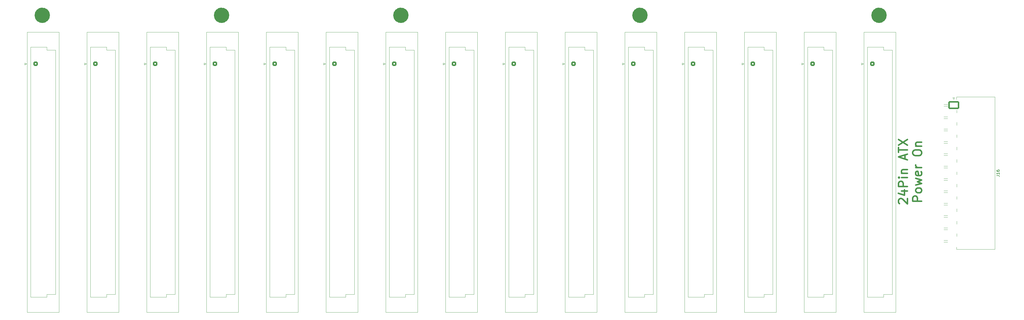
<source format=gto>
G04 #@! TF.GenerationSoftware,KiCad,Pcbnew,(6.0.9-0)*
G04 #@! TF.CreationDate,2023-02-07T08:34:52+01:00*
G04 #@! TF.ProjectId,Backplane,4261636b-706c-4616-9e65-2e6b69636164,A*
G04 #@! TF.SameCoordinates,Original*
G04 #@! TF.FileFunction,Legend,Top*
G04 #@! TF.FilePolarity,Positive*
%FSLAX46Y46*%
G04 Gerber Fmt 4.6, Leading zero omitted, Abs format (unit mm)*
G04 Created by KiCad (PCBNEW (6.0.9-0)) date 2023-02-07 08:34:52*
%MOMM*%
%LPD*%
G01*
G04 APERTURE LIST*
G04 Aperture macros list*
%AMRoundRect*
0 Rectangle with rounded corners*
0 $1 Rounding radius*
0 $2 $3 $4 $5 $6 $7 $8 $9 X,Y pos of 4 corners*
0 Add a 4 corners polygon primitive as box body*
4,1,4,$2,$3,$4,$5,$6,$7,$8,$9,$2,$3,0*
0 Add four circle primitives for the rounded corners*
1,1,$1+$1,$2,$3*
1,1,$1+$1,$4,$5*
1,1,$1+$1,$6,$7*
1,1,$1+$1,$8,$9*
0 Add four rect primitives between the rounded corners*
20,1,$1+$1,$2,$3,$4,$5,0*
20,1,$1+$1,$4,$5,$6,$7,0*
20,1,$1+$1,$6,$7,$8,$9,0*
20,1,$1+$1,$8,$9,$2,$3,0*%
G04 Aperture macros list end*
%ADD10C,2.615000*%
%ADD11C,0.500000*%
%ADD12C,0.150000*%
%ADD13C,0.120000*%
%ADD14C,2.850000*%
%ADD15RoundRect,0.249999X-0.525001X-0.525001X0.525001X-0.525001X0.525001X0.525001X-0.525001X0.525001X0*%
%ADD16C,1.550000*%
%ADD17C,5.500000*%
%ADD18C,3.000000*%
%ADD19RoundRect,0.250001X-1.599999X1.099999X-1.599999X-1.099999X1.599999X-1.099999X1.599999X1.099999X0*%
%ADD20O,3.700000X2.700000*%
G04 APERTURE END LIST*
D10*
X107987500Y-89190000D02*
G75*
G03*
X107987500Y-89190000I-1307500J0D01*
G01*
X168947500Y-89190000D02*
G75*
G03*
X168947500Y-89190000I-1307500J0D01*
G01*
X331507500Y-89190000D02*
G75*
G03*
X331507500Y-89190000I-1307500J0D01*
G01*
X47027500Y-89190000D02*
G75*
G03*
X47027500Y-89190000I-1307500J0D01*
G01*
X250227500Y-89190000D02*
G75*
G03*
X250227500Y-89190000I-1307500J0D01*
G01*
D11*
X337147857Y-153227142D02*
X337005000Y-153084285D01*
X336862142Y-152798571D01*
X336862142Y-152084285D01*
X337005000Y-151798571D01*
X337147857Y-151655714D01*
X337433571Y-151512857D01*
X337719285Y-151512857D01*
X338147857Y-151655714D01*
X339862142Y-153370000D01*
X339862142Y-151512857D01*
X337862142Y-148941428D02*
X339862142Y-148941428D01*
X336719285Y-149655714D02*
X338862142Y-150370000D01*
X338862142Y-148512857D01*
X339862142Y-147370000D02*
X336862142Y-147370000D01*
X336862142Y-146227142D01*
X337005000Y-145941428D01*
X337147857Y-145798571D01*
X337433571Y-145655714D01*
X337862142Y-145655714D01*
X338147857Y-145798571D01*
X338290714Y-145941428D01*
X338433571Y-146227142D01*
X338433571Y-147370000D01*
X339862142Y-144370000D02*
X337862142Y-144370000D01*
X336862142Y-144370000D02*
X337005000Y-144512857D01*
X337147857Y-144370000D01*
X337005000Y-144227142D01*
X336862142Y-144370000D01*
X337147857Y-144370000D01*
X337862142Y-142941428D02*
X339862142Y-142941428D01*
X338147857Y-142941428D02*
X338005000Y-142798571D01*
X337862142Y-142512857D01*
X337862142Y-142084285D01*
X338005000Y-141798571D01*
X338290714Y-141655714D01*
X339862142Y-141655714D01*
X339005000Y-138084285D02*
X339005000Y-136655714D01*
X339862142Y-138370000D02*
X336862142Y-137370000D01*
X339862142Y-136370000D01*
X336862142Y-135798571D02*
X336862142Y-134084285D01*
X339862142Y-134941428D02*
X336862142Y-134941428D01*
X336862142Y-133370000D02*
X339862142Y-131370000D01*
X336862142Y-131370000D02*
X339862142Y-133370000D01*
X344692142Y-152370000D02*
X341692142Y-152370000D01*
X341692142Y-151227142D01*
X341835000Y-150941428D01*
X341977857Y-150798571D01*
X342263571Y-150655714D01*
X342692142Y-150655714D01*
X342977857Y-150798571D01*
X343120714Y-150941428D01*
X343263571Y-151227142D01*
X343263571Y-152370000D01*
X344692142Y-148941428D02*
X344549285Y-149227142D01*
X344406428Y-149370000D01*
X344120714Y-149512857D01*
X343263571Y-149512857D01*
X342977857Y-149370000D01*
X342835000Y-149227142D01*
X342692142Y-148941428D01*
X342692142Y-148512857D01*
X342835000Y-148227142D01*
X342977857Y-148084285D01*
X343263571Y-147941428D01*
X344120714Y-147941428D01*
X344406428Y-148084285D01*
X344549285Y-148227142D01*
X344692142Y-148512857D01*
X344692142Y-148941428D01*
X342692142Y-146941428D02*
X344692142Y-146370000D01*
X343263571Y-145798571D01*
X344692142Y-145227142D01*
X342692142Y-144655714D01*
X344549285Y-142370000D02*
X344692142Y-142655714D01*
X344692142Y-143227142D01*
X344549285Y-143512857D01*
X344263571Y-143655714D01*
X343120714Y-143655714D01*
X342835000Y-143512857D01*
X342692142Y-143227142D01*
X342692142Y-142655714D01*
X342835000Y-142370000D01*
X343120714Y-142227142D01*
X343406428Y-142227142D01*
X343692142Y-143655714D01*
X344692142Y-140941428D02*
X342692142Y-140941428D01*
X343263571Y-140941428D02*
X342977857Y-140798571D01*
X342835000Y-140655714D01*
X342692142Y-140370000D01*
X342692142Y-140084285D01*
X341692142Y-136227142D02*
X341692142Y-135655714D01*
X341835000Y-135370000D01*
X342120714Y-135084285D01*
X342692142Y-134941428D01*
X343692142Y-134941428D01*
X344263571Y-135084285D01*
X344549285Y-135370000D01*
X344692142Y-135655714D01*
X344692142Y-136227142D01*
X344549285Y-136512857D01*
X344263571Y-136798571D01*
X343692142Y-136941428D01*
X342692142Y-136941428D01*
X342120714Y-136798571D01*
X341835000Y-136512857D01*
X341692142Y-136227142D01*
X342692142Y-133655714D02*
X344692142Y-133655714D01*
X342977857Y-133655714D02*
X342835000Y-133512857D01*
X342692142Y-133227142D01*
X342692142Y-132798571D01*
X342835000Y-132512857D01*
X343120714Y-132370000D01*
X344692142Y-132370000D01*
D12*
X370152380Y-143674523D02*
X370866666Y-143674523D01*
X371009523Y-143722142D01*
X371104761Y-143817380D01*
X371152380Y-143960238D01*
X371152380Y-144055476D01*
X371152380Y-142674523D02*
X371152380Y-143245952D01*
X371152380Y-142960238D02*
X370152380Y-142960238D01*
X370295238Y-143055476D01*
X370390476Y-143150714D01*
X370438095Y-143245952D01*
X370152380Y-141817380D02*
X370152380Y-142007857D01*
X370200000Y-142103095D01*
X370247619Y-142150714D01*
X370390476Y-142245952D01*
X370580952Y-142293571D01*
X370961904Y-142293571D01*
X371057142Y-142245952D01*
X371104761Y-142198333D01*
X371152380Y-142103095D01*
X371152380Y-141912619D01*
X371104761Y-141817380D01*
X371057142Y-141769761D01*
X370961904Y-141722142D01*
X370723809Y-141722142D01*
X370628571Y-141769761D01*
X370580952Y-141817380D01*
X370533333Y-141912619D01*
X370533333Y-142103095D01*
X370580952Y-142198333D01*
X370628571Y-142245952D01*
X370723809Y-142293571D01*
D13*
X71707500Y-190140000D02*
X60887500Y-190140000D01*
X67547500Y-185030000D02*
X62047500Y-185030000D01*
X67547500Y-101029000D02*
X70547500Y-101029000D01*
X60887500Y-94920000D02*
X71707500Y-94920000D01*
X60697500Y-105700000D02*
X60017500Y-105400000D01*
X60887500Y-190140000D02*
X60887500Y-94920000D01*
X70547500Y-184030000D02*
X67547500Y-184030000D01*
X67547500Y-184030000D02*
X67547500Y-185030000D01*
X71707500Y-94920000D02*
X71707500Y-190140000D01*
X67547500Y-100029000D02*
X67547500Y-101029000D01*
X70547500Y-101029000D02*
X70547500Y-184030000D01*
X62047500Y-100029000D02*
X67547500Y-100029000D01*
X62047500Y-185030000D02*
X62047500Y-100029000D01*
X60017500Y-105400000D02*
X60017500Y-106000000D01*
X60017500Y-106000000D02*
X60697500Y-105700000D01*
X47227500Y-184030000D02*
X47227500Y-185030000D01*
X40567500Y-94920000D02*
X51387500Y-94920000D01*
X47227500Y-101029000D02*
X50227500Y-101029000D01*
X39697500Y-105400000D02*
X39697500Y-106000000D01*
X40567500Y-190140000D02*
X40567500Y-94920000D01*
X50227500Y-101029000D02*
X50227500Y-184030000D01*
X51387500Y-190140000D02*
X40567500Y-190140000D01*
X40377500Y-105700000D02*
X39697500Y-105400000D01*
X39697500Y-106000000D02*
X40377500Y-105700000D01*
X47227500Y-185030000D02*
X41727500Y-185030000D01*
X41727500Y-100029000D02*
X47227500Y-100029000D01*
X41727500Y-185030000D02*
X41727500Y-100029000D01*
X51387500Y-94920000D02*
X51387500Y-190140000D01*
X47227500Y-100029000D02*
X47227500Y-101029000D01*
X50227500Y-184030000D02*
X47227500Y-184030000D01*
X162487500Y-94920000D02*
X173307500Y-94920000D01*
X169147500Y-184030000D02*
X169147500Y-185030000D01*
X162297500Y-105700000D02*
X161617500Y-105400000D01*
X172147500Y-101029000D02*
X172147500Y-184030000D01*
X163647500Y-100029000D02*
X169147500Y-100029000D01*
X172147500Y-184030000D02*
X169147500Y-184030000D01*
X169147500Y-100029000D02*
X169147500Y-101029000D01*
X161617500Y-106000000D02*
X162297500Y-105700000D01*
X161617500Y-105400000D02*
X161617500Y-106000000D01*
X163647500Y-185030000D02*
X163647500Y-100029000D01*
X169147500Y-101029000D02*
X172147500Y-101029000D01*
X169147500Y-185030000D02*
X163647500Y-185030000D01*
X162487500Y-190140000D02*
X162487500Y-94920000D01*
X173307500Y-94920000D02*
X173307500Y-190140000D01*
X173307500Y-190140000D02*
X162487500Y-190140000D01*
X82367500Y-185030000D02*
X82367500Y-100029000D01*
X92027500Y-190140000D02*
X81207500Y-190140000D01*
X82367500Y-100029000D02*
X87867500Y-100029000D01*
X87867500Y-100029000D02*
X87867500Y-101029000D01*
X87867500Y-185030000D02*
X82367500Y-185030000D01*
X92027500Y-94920000D02*
X92027500Y-190140000D01*
X90867500Y-184030000D02*
X87867500Y-184030000D01*
X81207500Y-94920000D02*
X92027500Y-94920000D01*
X90867500Y-101029000D02*
X90867500Y-184030000D01*
X80337500Y-106000000D02*
X81017500Y-105700000D01*
X87867500Y-184030000D02*
X87867500Y-185030000D01*
X81207500Y-190140000D02*
X81207500Y-94920000D01*
X80337500Y-105400000D02*
X80337500Y-106000000D01*
X81017500Y-105700000D02*
X80337500Y-105400000D01*
X87867500Y-101029000D02*
X90867500Y-101029000D01*
X189467500Y-100029000D02*
X189467500Y-101029000D01*
X193627500Y-94920000D02*
X193627500Y-190140000D01*
X193627500Y-190140000D02*
X182807500Y-190140000D01*
X182617500Y-105700000D02*
X181937500Y-105400000D01*
X189467500Y-185030000D02*
X183967500Y-185030000D01*
X183967500Y-100029000D02*
X189467500Y-100029000D01*
X183967500Y-185030000D02*
X183967500Y-100029000D01*
X182807500Y-190140000D02*
X182807500Y-94920000D01*
X189467500Y-101029000D02*
X192467500Y-101029000D01*
X181937500Y-105400000D02*
X181937500Y-106000000D01*
X189467500Y-184030000D02*
X189467500Y-185030000D01*
X192467500Y-184030000D02*
X189467500Y-184030000D01*
X181937500Y-106000000D02*
X182617500Y-105700000D01*
X182807500Y-94920000D02*
X193627500Y-94920000D01*
X192467500Y-101029000D02*
X192467500Y-184030000D01*
X148827500Y-185030000D02*
X143327500Y-185030000D01*
X142167500Y-190140000D02*
X142167500Y-94920000D01*
X148827500Y-101029000D02*
X151827500Y-101029000D01*
X141297500Y-106000000D02*
X141977500Y-105700000D01*
X152987500Y-94920000D02*
X152987500Y-190140000D01*
X148827500Y-100029000D02*
X148827500Y-101029000D01*
X151827500Y-184030000D02*
X148827500Y-184030000D01*
X148827500Y-184030000D02*
X148827500Y-185030000D01*
X141977500Y-105700000D02*
X141297500Y-105400000D01*
X142167500Y-94920000D02*
X152987500Y-94920000D01*
X152987500Y-190140000D02*
X142167500Y-190140000D01*
X151827500Y-101029000D02*
X151827500Y-184030000D01*
X143327500Y-185030000D02*
X143327500Y-100029000D01*
X143327500Y-100029000D02*
X148827500Y-100029000D01*
X141297500Y-105400000D02*
X141297500Y-106000000D01*
X334707500Y-101029000D02*
X334707500Y-184030000D01*
X331707500Y-185030000D02*
X326207500Y-185030000D01*
X324177500Y-105400000D02*
X324177500Y-106000000D01*
X334707500Y-184030000D02*
X331707500Y-184030000D01*
X331707500Y-101029000D02*
X334707500Y-101029000D01*
X324177500Y-106000000D02*
X324857500Y-105700000D01*
X331707500Y-184030000D02*
X331707500Y-185030000D01*
X335867500Y-190140000D02*
X325047500Y-190140000D01*
X331707500Y-100029000D02*
X331707500Y-101029000D01*
X325047500Y-190140000D02*
X325047500Y-94920000D01*
X326207500Y-100029000D02*
X331707500Y-100029000D01*
X325047500Y-94920000D02*
X335867500Y-94920000D01*
X324857500Y-105700000D02*
X324177500Y-105400000D01*
X335867500Y-94920000D02*
X335867500Y-190140000D01*
X326207500Y-185030000D02*
X326207500Y-100029000D01*
X356600000Y-121375000D02*
X356600000Y-122355000D01*
X353490000Y-132065000D02*
X352210000Y-132065000D01*
X353490000Y-165665000D02*
X352210000Y-165665000D01*
X353490000Y-132665000D02*
X352210000Y-132665000D01*
X356600000Y-154975000D02*
X356600000Y-155955000D01*
X356590000Y-117765000D02*
X356590000Y-116955000D01*
X355600000Y-117765000D02*
X355300000Y-117165000D01*
X369610000Y-168775000D02*
X369610000Y-142865000D01*
X356600000Y-133975000D02*
X356600000Y-134955000D01*
X353490000Y-119465000D02*
X352210000Y-119465000D01*
X353490000Y-124265000D02*
X352210000Y-124265000D01*
X356590000Y-168775000D02*
X369610000Y-168775000D01*
X353490000Y-141065000D02*
X352210000Y-141065000D01*
X355300000Y-117165000D02*
X355900000Y-117165000D01*
X353490000Y-162065000D02*
X352210000Y-162065000D01*
X353490000Y-166265000D02*
X352210000Y-166265000D01*
X353490000Y-148865000D02*
X352210000Y-148865000D01*
X353490000Y-145265000D02*
X352210000Y-145265000D01*
X353490000Y-128465000D02*
X352210000Y-128465000D01*
X353490000Y-157265000D02*
X352210000Y-157265000D01*
X356590000Y-167965000D02*
X356590000Y-168775000D01*
X356600000Y-159175000D02*
X356600000Y-160155000D01*
X353490000Y-161465000D02*
X352210000Y-161465000D01*
X356590000Y-116955000D02*
X369610000Y-116955000D01*
X356600000Y-142375000D02*
X356600000Y-143355000D01*
X356600000Y-129775000D02*
X356600000Y-130755000D01*
X353490000Y-120065000D02*
X352210000Y-120065000D01*
X353490000Y-123665000D02*
X352210000Y-123665000D01*
X353490000Y-149465000D02*
X352210000Y-149465000D01*
X353490000Y-140465000D02*
X352210000Y-140465000D01*
X356600000Y-150775000D02*
X356600000Y-151755000D01*
X356600000Y-138175000D02*
X356600000Y-139155000D01*
X353490000Y-153065000D02*
X352210000Y-153065000D01*
X353490000Y-136265000D02*
X352210000Y-136265000D01*
X356600000Y-163375000D02*
X356600000Y-164355000D01*
X353490000Y-157865000D02*
X352210000Y-157865000D01*
X356600000Y-146575000D02*
X356600000Y-147555000D01*
X353490000Y-127865000D02*
X352210000Y-127865000D01*
X369610000Y-116955000D02*
X369610000Y-142865000D01*
X353490000Y-136865000D02*
X352210000Y-136865000D01*
X353490000Y-144665000D02*
X352210000Y-144665000D01*
X356600000Y-125575000D02*
X356600000Y-126555000D01*
X355900000Y-117165000D02*
X355600000Y-117765000D01*
X353490000Y-153665000D02*
X352210000Y-153665000D01*
X304537500Y-105700000D02*
X303857500Y-105400000D01*
X304727500Y-190140000D02*
X304727500Y-94920000D01*
X311387500Y-184030000D02*
X311387500Y-185030000D01*
X311387500Y-100029000D02*
X311387500Y-101029000D01*
X315547500Y-190140000D02*
X304727500Y-190140000D01*
X314387500Y-101029000D02*
X314387500Y-184030000D01*
X305887500Y-100029000D02*
X311387500Y-100029000D01*
X305887500Y-185030000D02*
X305887500Y-100029000D01*
X303857500Y-106000000D02*
X304537500Y-105700000D01*
X303857500Y-105400000D02*
X303857500Y-106000000D01*
X311387500Y-101029000D02*
X314387500Y-101029000D01*
X314387500Y-184030000D02*
X311387500Y-184030000D01*
X311387500Y-185030000D02*
X305887500Y-185030000D01*
X304727500Y-94920000D02*
X315547500Y-94920000D01*
X315547500Y-94920000D02*
X315547500Y-190140000D01*
X224607500Y-185030000D02*
X224607500Y-100029000D01*
X223257500Y-105700000D02*
X222577500Y-105400000D01*
X230107500Y-185030000D02*
X224607500Y-185030000D01*
X230107500Y-184030000D02*
X230107500Y-185030000D01*
X224607500Y-100029000D02*
X230107500Y-100029000D01*
X222577500Y-106000000D02*
X223257500Y-105700000D01*
X230107500Y-100029000D02*
X230107500Y-101029000D01*
X230107500Y-101029000D02*
X233107500Y-101029000D01*
X234267500Y-94920000D02*
X234267500Y-190140000D01*
X223447500Y-190140000D02*
X223447500Y-94920000D01*
X234267500Y-190140000D02*
X223447500Y-190140000D01*
X233107500Y-184030000D02*
X230107500Y-184030000D01*
X222577500Y-105400000D02*
X222577500Y-106000000D01*
X223447500Y-94920000D02*
X234267500Y-94920000D01*
X233107500Y-101029000D02*
X233107500Y-184030000D01*
X285567500Y-185030000D02*
X285567500Y-100029000D01*
X283537500Y-105400000D02*
X283537500Y-106000000D01*
X295227500Y-94920000D02*
X295227500Y-190140000D01*
X291067500Y-184030000D02*
X291067500Y-185030000D01*
X294067500Y-184030000D02*
X291067500Y-184030000D01*
X291067500Y-101029000D02*
X294067500Y-101029000D01*
X295227500Y-190140000D02*
X284407500Y-190140000D01*
X294067500Y-101029000D02*
X294067500Y-184030000D01*
X284407500Y-190140000D02*
X284407500Y-94920000D01*
X283537500Y-106000000D02*
X284217500Y-105700000D01*
X291067500Y-185030000D02*
X285567500Y-185030000D01*
X285567500Y-100029000D02*
X291067500Y-100029000D01*
X284407500Y-94920000D02*
X295227500Y-94920000D01*
X284217500Y-105700000D02*
X283537500Y-105400000D01*
X291067500Y-100029000D02*
X291067500Y-101029000D01*
X128507500Y-184030000D02*
X128507500Y-185030000D01*
X123007500Y-185030000D02*
X123007500Y-100029000D01*
X132667500Y-190140000D02*
X121847500Y-190140000D01*
X128507500Y-100029000D02*
X128507500Y-101029000D01*
X128507500Y-185030000D02*
X123007500Y-185030000D01*
X120977500Y-105400000D02*
X120977500Y-106000000D01*
X121847500Y-190140000D02*
X121847500Y-94920000D01*
X121847500Y-94920000D02*
X132667500Y-94920000D01*
X120977500Y-106000000D02*
X121657500Y-105700000D01*
X132667500Y-94920000D02*
X132667500Y-190140000D01*
X123007500Y-100029000D02*
X128507500Y-100029000D01*
X128507500Y-101029000D02*
X131507500Y-101029000D01*
X131507500Y-184030000D02*
X128507500Y-184030000D01*
X131507500Y-101029000D02*
X131507500Y-184030000D01*
X121657500Y-105700000D02*
X120977500Y-105400000D01*
X202257500Y-106000000D02*
X202937500Y-105700000D01*
X204287500Y-100029000D02*
X209787500Y-100029000D01*
X209787500Y-185030000D02*
X204287500Y-185030000D01*
X212787500Y-184030000D02*
X209787500Y-184030000D01*
X209787500Y-184030000D02*
X209787500Y-185030000D01*
X203127500Y-94920000D02*
X213947500Y-94920000D01*
X213947500Y-190140000D02*
X203127500Y-190140000D01*
X209787500Y-101029000D02*
X212787500Y-101029000D01*
X204287500Y-185030000D02*
X204287500Y-100029000D01*
X202257500Y-105400000D02*
X202257500Y-106000000D01*
X202937500Y-105700000D02*
X202257500Y-105400000D01*
X203127500Y-190140000D02*
X203127500Y-94920000D01*
X213947500Y-94920000D02*
X213947500Y-190140000D01*
X212787500Y-101029000D02*
X212787500Y-184030000D01*
X209787500Y-100029000D02*
X209787500Y-101029000D01*
X263897500Y-105700000D02*
X263217500Y-105400000D01*
X270747500Y-185030000D02*
X265247500Y-185030000D01*
X274907500Y-190140000D02*
X264087500Y-190140000D01*
X263217500Y-105400000D02*
X263217500Y-106000000D01*
X265247500Y-100029000D02*
X270747500Y-100029000D01*
X273747500Y-101029000D02*
X273747500Y-184030000D01*
X264087500Y-190140000D02*
X264087500Y-94920000D01*
X274907500Y-94920000D02*
X274907500Y-190140000D01*
X270747500Y-101029000D02*
X273747500Y-101029000D01*
X263217500Y-106000000D02*
X263897500Y-105700000D01*
X270747500Y-184030000D02*
X270747500Y-185030000D01*
X270747500Y-100029000D02*
X270747500Y-101029000D01*
X264087500Y-94920000D02*
X274907500Y-94920000D01*
X273747500Y-184030000D02*
X270747500Y-184030000D01*
X265247500Y-185030000D02*
X265247500Y-100029000D01*
X250427500Y-185030000D02*
X244927500Y-185030000D01*
X242897500Y-105400000D02*
X242897500Y-106000000D01*
X250427500Y-101029000D02*
X253427500Y-101029000D01*
X254587500Y-94920000D02*
X254587500Y-190140000D01*
X243767500Y-94920000D02*
X254587500Y-94920000D01*
X250427500Y-184030000D02*
X250427500Y-185030000D01*
X250427500Y-100029000D02*
X250427500Y-101029000D01*
X244927500Y-185030000D02*
X244927500Y-100029000D01*
X242897500Y-106000000D02*
X243577500Y-105700000D01*
X244927500Y-100029000D02*
X250427500Y-100029000D01*
X253427500Y-184030000D02*
X250427500Y-184030000D01*
X253427500Y-101029000D02*
X253427500Y-184030000D01*
X243577500Y-105700000D02*
X242897500Y-105400000D01*
X243767500Y-190140000D02*
X243767500Y-94920000D01*
X254587500Y-190140000D02*
X243767500Y-190140000D01*
X108187500Y-100029000D02*
X108187500Y-101029000D01*
X102687500Y-100029000D02*
X108187500Y-100029000D01*
X102687500Y-185030000D02*
X102687500Y-100029000D01*
X100657500Y-105400000D02*
X100657500Y-106000000D01*
X101527500Y-190140000D02*
X101527500Y-94920000D01*
X112347500Y-94920000D02*
X112347500Y-190140000D01*
X108187500Y-101029000D02*
X111187500Y-101029000D01*
X101527500Y-94920000D02*
X112347500Y-94920000D01*
X108187500Y-184030000D02*
X108187500Y-185030000D01*
X101337500Y-105700000D02*
X100657500Y-105400000D01*
X112347500Y-190140000D02*
X101527500Y-190140000D01*
X100657500Y-106000000D02*
X101337500Y-105700000D01*
X111187500Y-184030000D02*
X108187500Y-184030000D01*
X108187500Y-185030000D02*
X102687500Y-185030000D01*
X111187500Y-101029000D02*
X111187500Y-184030000D01*
%LPC*%
D14*
X65997500Y-97530000D03*
X65997500Y-187530000D03*
D15*
X63757500Y-105700000D03*
D16*
X63757500Y-110780000D03*
X63757500Y-115860000D03*
X63757500Y-120940000D03*
X63757500Y-126020000D03*
X63757500Y-131100000D03*
X63757500Y-136180000D03*
X63757500Y-141260000D03*
X63757500Y-146340000D03*
X63757500Y-151420000D03*
X63757500Y-156500000D03*
X63757500Y-161580000D03*
X63757500Y-166660000D03*
X63757500Y-171740000D03*
X63757500Y-176820000D03*
X63757500Y-181900000D03*
X68837500Y-105700000D03*
X68837500Y-110780000D03*
X68837500Y-115860000D03*
X68837500Y-120940000D03*
X68837500Y-126020000D03*
X68837500Y-131100000D03*
X68837500Y-136180000D03*
X68837500Y-141260000D03*
X68837500Y-146340000D03*
X68837500Y-151420000D03*
X68837500Y-156500000D03*
X68837500Y-161580000D03*
X68837500Y-166660000D03*
X68837500Y-171740000D03*
X68837500Y-176820000D03*
X68837500Y-181900000D03*
D14*
X45677500Y-97530000D03*
X45677500Y-187530000D03*
D15*
X43437500Y-105700000D03*
D16*
X43437500Y-110780000D03*
X43437500Y-115860000D03*
X43437500Y-120940000D03*
X43437500Y-126020000D03*
X43437500Y-131100000D03*
X43437500Y-136180000D03*
X43437500Y-141260000D03*
X43437500Y-146340000D03*
X43437500Y-151420000D03*
X43437500Y-156500000D03*
X43437500Y-161580000D03*
X43437500Y-166660000D03*
X43437500Y-171740000D03*
X43437500Y-176820000D03*
X43437500Y-181900000D03*
X48517500Y-105700000D03*
X48517500Y-110780000D03*
X48517500Y-115860000D03*
X48517500Y-120940000D03*
X48517500Y-126020000D03*
X48517500Y-131100000D03*
X48517500Y-136180000D03*
X48517500Y-141260000D03*
X48517500Y-146340000D03*
X48517500Y-151420000D03*
X48517500Y-156500000D03*
X48517500Y-161580000D03*
X48517500Y-166660000D03*
X48517500Y-171740000D03*
X48517500Y-176820000D03*
X48517500Y-181900000D03*
D14*
X167597500Y-187530000D03*
X167597500Y-97530000D03*
D15*
X165357500Y-105700000D03*
D16*
X165357500Y-110780000D03*
X165357500Y-115860000D03*
X165357500Y-120940000D03*
X165357500Y-126020000D03*
X165357500Y-131100000D03*
X165357500Y-136180000D03*
X165357500Y-141260000D03*
X165357500Y-146340000D03*
X165357500Y-151420000D03*
X165357500Y-156500000D03*
X165357500Y-161580000D03*
X165357500Y-166660000D03*
X165357500Y-171740000D03*
X165357500Y-176820000D03*
X165357500Y-181900000D03*
X170437500Y-105700000D03*
X170437500Y-110780000D03*
X170437500Y-115860000D03*
X170437500Y-120940000D03*
X170437500Y-126020000D03*
X170437500Y-131100000D03*
X170437500Y-136180000D03*
X170437500Y-141260000D03*
X170437500Y-146340000D03*
X170437500Y-151420000D03*
X170437500Y-156500000D03*
X170437500Y-161580000D03*
X170437500Y-166660000D03*
X170437500Y-171740000D03*
X170437500Y-176820000D03*
X170437500Y-181900000D03*
D14*
X86317500Y-97530000D03*
X86317500Y-187530000D03*
D15*
X84077500Y-105700000D03*
D16*
X84077500Y-110780000D03*
X84077500Y-115860000D03*
X84077500Y-120940000D03*
X84077500Y-126020000D03*
X84077500Y-131100000D03*
X84077500Y-136180000D03*
X84077500Y-141260000D03*
X84077500Y-146340000D03*
X84077500Y-151420000D03*
X84077500Y-156500000D03*
X84077500Y-161580000D03*
X84077500Y-166660000D03*
X84077500Y-171740000D03*
X84077500Y-176820000D03*
X84077500Y-181900000D03*
X89157500Y-105700000D03*
X89157500Y-110780000D03*
X89157500Y-115860000D03*
X89157500Y-120940000D03*
X89157500Y-126020000D03*
X89157500Y-131100000D03*
X89157500Y-136180000D03*
X89157500Y-141260000D03*
X89157500Y-146340000D03*
X89157500Y-151420000D03*
X89157500Y-156500000D03*
X89157500Y-161580000D03*
X89157500Y-166660000D03*
X89157500Y-171740000D03*
X89157500Y-176820000D03*
X89157500Y-181900000D03*
D17*
X330200000Y-81280000D03*
X370840000Y-81280000D03*
X106680000Y-81280000D03*
D14*
X187917500Y-97530000D03*
X187917500Y-187530000D03*
D15*
X185677500Y-105700000D03*
D16*
X185677500Y-110780000D03*
X185677500Y-115860000D03*
X185677500Y-120940000D03*
X185677500Y-126020000D03*
X185677500Y-131100000D03*
X185677500Y-136180000D03*
X185677500Y-141260000D03*
X185677500Y-146340000D03*
X185677500Y-151420000D03*
X185677500Y-156500000D03*
X185677500Y-161580000D03*
X185677500Y-166660000D03*
X185677500Y-171740000D03*
X185677500Y-176820000D03*
X185677500Y-181900000D03*
X190757500Y-105700000D03*
X190757500Y-110780000D03*
X190757500Y-115860000D03*
X190757500Y-120940000D03*
X190757500Y-126020000D03*
X190757500Y-131100000D03*
X190757500Y-136180000D03*
X190757500Y-141260000D03*
X190757500Y-146340000D03*
X190757500Y-151420000D03*
X190757500Y-156500000D03*
X190757500Y-161580000D03*
X190757500Y-166660000D03*
X190757500Y-171740000D03*
X190757500Y-176820000D03*
X190757500Y-181900000D03*
D17*
X147320000Y-81280000D03*
D14*
X147277500Y-97530000D03*
X147277500Y-187530000D03*
D15*
X145037500Y-105700000D03*
D16*
X145037500Y-110780000D03*
X145037500Y-115860000D03*
X145037500Y-120940000D03*
X145037500Y-126020000D03*
X145037500Y-131100000D03*
X145037500Y-136180000D03*
X145037500Y-141260000D03*
X145037500Y-146340000D03*
X145037500Y-151420000D03*
X145037500Y-156500000D03*
X145037500Y-161580000D03*
X145037500Y-166660000D03*
X145037500Y-171740000D03*
X145037500Y-176820000D03*
X145037500Y-181900000D03*
X150117500Y-105700000D03*
X150117500Y-110780000D03*
X150117500Y-115860000D03*
X150117500Y-120940000D03*
X150117500Y-126020000D03*
X150117500Y-131100000D03*
X150117500Y-136180000D03*
X150117500Y-141260000D03*
X150117500Y-146340000D03*
X150117500Y-151420000D03*
X150117500Y-156500000D03*
X150117500Y-161580000D03*
X150117500Y-166660000D03*
X150117500Y-171740000D03*
X150117500Y-176820000D03*
X150117500Y-181900000D03*
D17*
X167640000Y-81280000D03*
X187960000Y-81280000D03*
X248920000Y-203780000D03*
D14*
X330157500Y-187530000D03*
X330157500Y-97530000D03*
D15*
X327917500Y-105700000D03*
D16*
X327917500Y-110780000D03*
X327917500Y-115860000D03*
X327917500Y-120940000D03*
X327917500Y-126020000D03*
X327917500Y-131100000D03*
X327917500Y-136180000D03*
X327917500Y-141260000D03*
X327917500Y-146340000D03*
X327917500Y-151420000D03*
X327917500Y-156500000D03*
X327917500Y-161580000D03*
X327917500Y-166660000D03*
X327917500Y-171740000D03*
X327917500Y-176820000D03*
X327917500Y-181900000D03*
X332997500Y-105700000D03*
X332997500Y-110780000D03*
X332997500Y-115860000D03*
X332997500Y-120940000D03*
X332997500Y-126020000D03*
X332997500Y-131100000D03*
X332997500Y-136180000D03*
X332997500Y-141260000D03*
X332997500Y-146340000D03*
X332997500Y-151420000D03*
X332997500Y-156500000D03*
X332997500Y-161580000D03*
X332997500Y-166660000D03*
X332997500Y-171740000D03*
X332997500Y-176820000D03*
X332997500Y-181900000D03*
D17*
X86360000Y-203780000D03*
X208280000Y-81280000D03*
X66040000Y-203780000D03*
D18*
X362900000Y-119765000D03*
X362900000Y-165965000D03*
D19*
X355600000Y-119765000D03*
D20*
X355600000Y-123965000D03*
X355600000Y-128165000D03*
X355600000Y-132365000D03*
X355600000Y-136565000D03*
X355600000Y-140765000D03*
X355600000Y-144965000D03*
X355600000Y-149165000D03*
X355600000Y-153365000D03*
X355600000Y-157565000D03*
X355600000Y-161765000D03*
X355600000Y-165965000D03*
X350100000Y-119765000D03*
X350100000Y-123965000D03*
X350100000Y-128165000D03*
X350100000Y-132365000D03*
X350100000Y-136565000D03*
X350100000Y-140765000D03*
X350100000Y-144965000D03*
X350100000Y-149165000D03*
X350100000Y-153365000D03*
X350100000Y-157565000D03*
X350100000Y-161765000D03*
X350100000Y-165965000D03*
D17*
X248920000Y-81280000D03*
X350520000Y-81280000D03*
X147320000Y-203780000D03*
D14*
X309837500Y-97530000D03*
X309837500Y-187530000D03*
D15*
X307597500Y-105700000D03*
D16*
X307597500Y-110780000D03*
X307597500Y-115860000D03*
X307597500Y-120940000D03*
X307597500Y-126020000D03*
X307597500Y-131100000D03*
X307597500Y-136180000D03*
X307597500Y-141260000D03*
X307597500Y-146340000D03*
X307597500Y-151420000D03*
X307597500Y-156500000D03*
X307597500Y-161580000D03*
X307597500Y-166660000D03*
X307597500Y-171740000D03*
X307597500Y-176820000D03*
X307597500Y-181900000D03*
X312677500Y-105700000D03*
X312677500Y-110780000D03*
X312677500Y-115860000D03*
X312677500Y-120940000D03*
X312677500Y-126020000D03*
X312677500Y-131100000D03*
X312677500Y-136180000D03*
X312677500Y-141260000D03*
X312677500Y-146340000D03*
X312677500Y-151420000D03*
X312677500Y-156500000D03*
X312677500Y-161580000D03*
X312677500Y-166660000D03*
X312677500Y-171740000D03*
X312677500Y-176820000D03*
X312677500Y-181900000D03*
D17*
X45720000Y-81280000D03*
D14*
X228557500Y-187530000D03*
X228557500Y-97530000D03*
D15*
X226317500Y-105700000D03*
D16*
X226317500Y-110780000D03*
X226317500Y-115860000D03*
X226317500Y-120940000D03*
X226317500Y-126020000D03*
X226317500Y-131100000D03*
X226317500Y-136180000D03*
X226317500Y-141260000D03*
X226317500Y-146340000D03*
X226317500Y-151420000D03*
X226317500Y-156500000D03*
X226317500Y-161580000D03*
X226317500Y-166660000D03*
X226317500Y-171740000D03*
X226317500Y-176820000D03*
X226317500Y-181900000D03*
X231397500Y-105700000D03*
X231397500Y-110780000D03*
X231397500Y-115860000D03*
X231397500Y-120940000D03*
X231397500Y-126020000D03*
X231397500Y-131100000D03*
X231397500Y-136180000D03*
X231397500Y-141260000D03*
X231397500Y-146340000D03*
X231397500Y-151420000D03*
X231397500Y-156500000D03*
X231397500Y-161580000D03*
X231397500Y-166660000D03*
X231397500Y-171740000D03*
X231397500Y-176820000D03*
X231397500Y-181900000D03*
D17*
X289560000Y-81280000D03*
D14*
X289517500Y-187530000D03*
X289517500Y-97530000D03*
D15*
X287277500Y-105700000D03*
D16*
X287277500Y-110780000D03*
X287277500Y-115860000D03*
X287277500Y-120940000D03*
X287277500Y-126020000D03*
X287277500Y-131100000D03*
X287277500Y-136180000D03*
X287277500Y-141260000D03*
X287277500Y-146340000D03*
X287277500Y-151420000D03*
X287277500Y-156500000D03*
X287277500Y-161580000D03*
X287277500Y-166660000D03*
X287277500Y-171740000D03*
X287277500Y-176820000D03*
X287277500Y-181900000D03*
X292357500Y-105700000D03*
X292357500Y-110780000D03*
X292357500Y-115860000D03*
X292357500Y-120940000D03*
X292357500Y-126020000D03*
X292357500Y-131100000D03*
X292357500Y-136180000D03*
X292357500Y-141260000D03*
X292357500Y-146340000D03*
X292357500Y-151420000D03*
X292357500Y-156500000D03*
X292357500Y-161580000D03*
X292357500Y-166660000D03*
X292357500Y-171740000D03*
X292357500Y-176820000D03*
X292357500Y-181900000D03*
D17*
X228600000Y-203780000D03*
X309880000Y-81280000D03*
X370840000Y-203780000D03*
X330200000Y-203780000D03*
X289560000Y-203780000D03*
X187960000Y-203780000D03*
X208280000Y-203780000D03*
D14*
X126957500Y-97530000D03*
X126957500Y-187530000D03*
D15*
X124717500Y-105700000D03*
D16*
X124717500Y-110780000D03*
X124717500Y-115860000D03*
X124717500Y-120940000D03*
X124717500Y-126020000D03*
X124717500Y-131100000D03*
X124717500Y-136180000D03*
X124717500Y-141260000D03*
X124717500Y-146340000D03*
X124717500Y-151420000D03*
X124717500Y-156500000D03*
X124717500Y-161580000D03*
X124717500Y-166660000D03*
X124717500Y-171740000D03*
X124717500Y-176820000D03*
X124717500Y-181900000D03*
X129797500Y-105700000D03*
X129797500Y-110780000D03*
X129797500Y-115860000D03*
X129797500Y-120940000D03*
X129797500Y-126020000D03*
X129797500Y-131100000D03*
X129797500Y-136180000D03*
X129797500Y-141260000D03*
X129797500Y-146340000D03*
X129797500Y-151420000D03*
X129797500Y-156500000D03*
X129797500Y-161580000D03*
X129797500Y-166660000D03*
X129797500Y-171740000D03*
X129797500Y-176820000D03*
X129797500Y-181900000D03*
D17*
X269240000Y-203780000D03*
D14*
X208237500Y-187530000D03*
X208237500Y-97530000D03*
D15*
X205997500Y-105700000D03*
D16*
X205997500Y-110780000D03*
X205997500Y-115860000D03*
X205997500Y-120940000D03*
X205997500Y-126020000D03*
X205997500Y-131100000D03*
X205997500Y-136180000D03*
X205997500Y-141260000D03*
X205997500Y-146340000D03*
X205997500Y-151420000D03*
X205997500Y-156500000D03*
X205997500Y-161580000D03*
X205997500Y-166660000D03*
X205997500Y-171740000D03*
X205997500Y-176820000D03*
X205997500Y-181900000D03*
X211077500Y-105700000D03*
X211077500Y-110780000D03*
X211077500Y-115860000D03*
X211077500Y-120940000D03*
X211077500Y-126020000D03*
X211077500Y-131100000D03*
X211077500Y-136180000D03*
X211077500Y-141260000D03*
X211077500Y-146340000D03*
X211077500Y-151420000D03*
X211077500Y-156500000D03*
X211077500Y-161580000D03*
X211077500Y-166660000D03*
X211077500Y-171740000D03*
X211077500Y-176820000D03*
X211077500Y-181900000D03*
D17*
X309880000Y-203780000D03*
D14*
X269197500Y-187530000D03*
X269197500Y-97530000D03*
D15*
X266957500Y-105700000D03*
D16*
X266957500Y-110780000D03*
X266957500Y-115860000D03*
X266957500Y-120940000D03*
X266957500Y-126020000D03*
X266957500Y-131100000D03*
X266957500Y-136180000D03*
X266957500Y-141260000D03*
X266957500Y-146340000D03*
X266957500Y-151420000D03*
X266957500Y-156500000D03*
X266957500Y-161580000D03*
X266957500Y-166660000D03*
X266957500Y-171740000D03*
X266957500Y-176820000D03*
X266957500Y-181900000D03*
X272037500Y-105700000D03*
X272037500Y-110780000D03*
X272037500Y-115860000D03*
X272037500Y-120940000D03*
X272037500Y-126020000D03*
X272037500Y-131100000D03*
X272037500Y-136180000D03*
X272037500Y-141260000D03*
X272037500Y-146340000D03*
X272037500Y-151420000D03*
X272037500Y-156500000D03*
X272037500Y-161580000D03*
X272037500Y-166660000D03*
X272037500Y-171740000D03*
X272037500Y-176820000D03*
X272037500Y-181900000D03*
D17*
X228600000Y-81280000D03*
X86360000Y-81280000D03*
X66040000Y-81280000D03*
D14*
X248877500Y-97530000D03*
X248877500Y-187530000D03*
D15*
X246637500Y-105700000D03*
D16*
X246637500Y-110780000D03*
X246637500Y-115860000D03*
X246637500Y-120940000D03*
X246637500Y-126020000D03*
X246637500Y-131100000D03*
X246637500Y-136180000D03*
X246637500Y-141260000D03*
X246637500Y-146340000D03*
X246637500Y-151420000D03*
X246637500Y-156500000D03*
X246637500Y-161580000D03*
X246637500Y-166660000D03*
X246637500Y-171740000D03*
X246637500Y-176820000D03*
X246637500Y-181900000D03*
X251717500Y-105700000D03*
X251717500Y-110780000D03*
X251717500Y-115860000D03*
X251717500Y-120940000D03*
X251717500Y-126020000D03*
X251717500Y-131100000D03*
X251717500Y-136180000D03*
X251717500Y-141260000D03*
X251717500Y-146340000D03*
X251717500Y-151420000D03*
X251717500Y-156500000D03*
X251717500Y-161580000D03*
X251717500Y-166660000D03*
X251717500Y-171740000D03*
X251717500Y-176820000D03*
X251717500Y-181900000D03*
D17*
X45720000Y-203780000D03*
X127000000Y-81280000D03*
D14*
X106637500Y-97530000D03*
X106637500Y-187530000D03*
D15*
X104397500Y-105700000D03*
D16*
X104397500Y-110780000D03*
X104397500Y-115860000D03*
X104397500Y-120940000D03*
X104397500Y-126020000D03*
X104397500Y-131100000D03*
X104397500Y-136180000D03*
X104397500Y-141260000D03*
X104397500Y-146340000D03*
X104397500Y-151420000D03*
X104397500Y-156500000D03*
X104397500Y-161580000D03*
X104397500Y-166660000D03*
X104397500Y-171740000D03*
X104397500Y-176820000D03*
X104397500Y-181900000D03*
X109477500Y-105700000D03*
X109477500Y-110780000D03*
X109477500Y-115860000D03*
X109477500Y-120940000D03*
X109477500Y-126020000D03*
X109477500Y-131100000D03*
X109477500Y-136180000D03*
X109477500Y-141260000D03*
X109477500Y-146340000D03*
X109477500Y-151420000D03*
X109477500Y-156500000D03*
X109477500Y-161580000D03*
X109477500Y-166660000D03*
X109477500Y-171740000D03*
X109477500Y-176820000D03*
X109477500Y-181900000D03*
D17*
X167640000Y-203780000D03*
X269240000Y-81280000D03*
X127000000Y-203780000D03*
X106680000Y-203780000D03*
X350520000Y-203780000D03*
M02*

</source>
